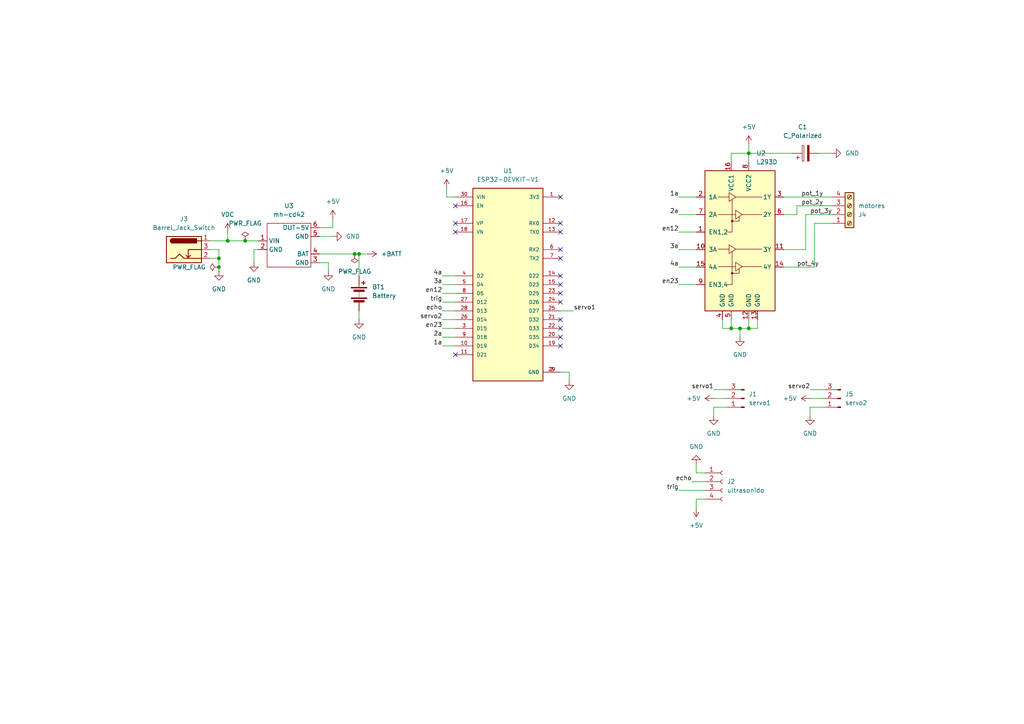
<source format=kicad_sch>
(kicad_sch (version 20231120) (generator "eeschema") (generator_version "8.0")
  (paper "A4")
  (lib_symbols
    (symbol "Connector:Barrel_Jack_Switch" (pin_names hide)
      (property "Reference" "J" (at 0 5.334 0))
      (property "Value" "Barrel_Jack_Switch" (at 0 -5.08 0))
      (symbol "Barrel_Jack_Switch_0_1"
        (rectangle (start -5.08 3.81) (end 5.08 -3.81) (stroke (width 0.254)) (fill (type background)))
        (arc (start -3.302 3.175) (mid -3.9343 2.54) (end -3.302 1.905) (stroke (width 0.254)))
        (arc (start -3.302 3.175) (mid -3.9343 2.54) (end -3.302 1.905) (stroke (width 0.254)) (fill (type outline)))
        (polyline (pts (xy 1.27 -2.286) (xy 1.905 -1.651)) (stroke (width 0.254)))
        (polyline (pts (xy 5.08 2.54) (xy 3.81 2.54)) (stroke (width 0.254)))
        (polyline (pts (xy 5.08 0) (xy 1.27 0) (xy 1.27 -2.286) (xy 0.635 -1.651)) (stroke (width 0.254)))
        (polyline (pts (xy -3.81 -2.54) (xy -2.54 -2.54) (xy -1.27 -1.27) (xy 0 -2.54) (xy 2.54 -2.54) (xy 5.08 -2.54)) (stroke (width 0.254)))
        (rectangle (start 3.683 3.175) (end -3.302 1.905) (stroke (width 0.254)) (fill (type outline)))
      )
      (symbol "Barrel_Jack_Switch_1_1"
        (pin passive line (at 7.62 2.54 180) (length 2.54) (name "~") (number "1"))
        (pin passive line (at 7.62 -2.54 180) (length 2.54) (name "~") (number "2"))
        (pin passive line (at 7.62 0 180) (length 2.54) (name "~") (number "3"))
      )
    )
    (symbol "Connector:Conn_01x03_Pin" (pin_names (offset 1.016) hide)
      (property "Reference" "J" (at 0 5.08 0))
      (property "Value" "Conn_01x03_Pin" (at 0 -5.08 0))
      (symbol "Conn_01x03_Pin_1_1"
        (polyline (pts (xy 1.27 -2.54) (xy 0.8636 -2.54)) (stroke (width 0.1524)))
        (polyline (pts (xy 1.27 0) (xy 0.8636 0)) (stroke (width 0.1524)))
        (polyline (pts (xy 1.27 2.54) (xy 0.8636 2.54)) (stroke (width 0.1524)))
        (rectangle (start 0.8636 -2.413) (end 0 -2.667) (stroke (width 0.1524)) (fill (type outline)))
        (rectangle (start 0.8636 0.127) (end 0 -0.127) (stroke (width 0.1524)) (fill (type outline)))
        (rectangle (start 0.8636 2.667) (end 0 2.413) (stroke (width 0.1524)) (fill (type outline)))
        (pin passive line (at 5.08 2.54 180) (length 3.81) (name "Pin_1") (number "1"))
        (pin passive line (at 5.08 0 180) (length 3.81) (name "Pin_2") (number "2"))
        (pin passive line (at 5.08 -2.54 180) (length 3.81) (name "Pin_3") (number "3"))
      )
    )
    (symbol "Connector:Conn_01x04_Socket" (pin_names (offset 1.016) hide)
      (property "Reference" "J" (at 0 5.08 0))
      (property "Value" "Conn_01x04_Socket" (at 0 -7.62 0))
      (symbol "Conn_01x04_Socket_1_1"
        (arc (start 0 -4.572) (mid -0.5058 -5.08) (end 0 -5.588) (stroke (width 0.1524)))
        (arc (start 0 -2.032) (mid -0.5058 -2.54) (end 0 -3.048) (stroke (width 0.1524)))
        (polyline (pts (xy -1.27 -5.08) (xy -0.508 -5.08)) (stroke (width 0.1524)))
        (polyline (pts (xy -1.27 -2.54) (xy -0.508 -2.54)) (stroke (width 0.1524)))
        (polyline (pts (xy -1.27 0) (xy -0.508 0)) (stroke (width 0.1524)))
        (polyline (pts (xy -1.27 2.54) (xy -0.508 2.54)) (stroke (width 0.1524)))
        (arc (start 0 0.508) (mid -0.5058 0) (end 0 -0.508) (stroke (width 0.1524)))
        (arc (start 0 3.048) (mid -0.5058 2.54) (end 0 2.032) (stroke (width 0.1524)))
        (pin passive line (at -5.08 2.54 0) (length 3.81) (name "Pin_1") (number "1"))
        (pin passive line (at -5.08 0 0) (length 3.81) (name "Pin_2") (number "2"))
        (pin passive line (at -5.08 -2.54 0) (length 3.81) (name "Pin_3") (number "3"))
        (pin passive line (at -5.08 -5.08 0) (length 3.81) (name "Pin_4") (number "4"))
      )
    )
    (symbol "Connector:Screw_Terminal_01x04" (pin_names (offset 1.016) hide)
      (property "Reference" "J" (at 0 5.08 0))
      (property "Value" "Screw_Terminal_01x04" (at 0 -7.62 0))
      (symbol "Screw_Terminal_01x04_1_1"
        (rectangle (start -1.27 3.81) (end 1.27 -6.35) (stroke (width 0.254)) (fill (type background)))
        (circle (center 0 -5.08) (radius 0.635) (stroke (width 0.1524)))
        (circle (center 0 -2.54) (radius 0.635) (stroke (width 0.1524)))
        (polyline (pts (xy -0.5334 -4.7498) (xy 0.3302 -5.588)) (stroke (width 0.1524)))
        (polyline (pts (xy -0.5334 -2.2098) (xy 0.3302 -3.048)) (stroke (width 0.1524)))
        (polyline (pts (xy -0.5334 0.3302) (xy 0.3302 -0.508)) (stroke (width 0.1524)))
        (polyline (pts (xy -0.5334 2.8702) (xy 0.3302 2.032)) (stroke (width 0.1524)))
        (polyline (pts (xy -0.3556 -4.572) (xy 0.508 -5.4102)) (stroke (width 0.1524)))
        (polyline (pts (xy -0.3556 -2.032) (xy 0.508 -2.8702)) (stroke (width 0.1524)))
        (polyline (pts (xy -0.3556 0.508) (xy 0.508 -0.3302)) (stroke (width 0.1524)))
        (polyline (pts (xy -0.3556 3.048) (xy 0.508 2.2098)) (stroke (width 0.1524)))
        (circle (center 0 0) (radius 0.635) (stroke (width 0.1524)))
        (circle (center 0 2.54) (radius 0.635) (stroke (width 0.1524)))
        (pin passive line (at -5.08 2.54 0) (length 3.81) (name "Pin_1") (number "1"))
        (pin passive line (at -5.08 0 0) (length 3.81) (name "Pin_2") (number "2"))
        (pin passive line (at -5.08 -2.54 0) (length 3.81) (name "Pin_3") (number "3"))
        (pin passive line (at -5.08 -5.08 0) (length 3.81) (name "Pin_4") (number "4"))
      )
    )
    (symbol "Device:Battery" (pin_numbers hide) (pin_names (offset 0) hide)
      (property "Reference" "BT" (at 2.54 2.54 0))
      (property "Value" "Battery" (at 2.54 0 0))
      (symbol "Battery_0_1"
        (rectangle (start -2.286 -1.27) (end 2.286 -1.524) (fill (type outline)))
        (rectangle (start -2.286 1.778) (end 2.286 1.524) (fill (type outline)))
        (rectangle (start -1.524 -2.032) (end 1.524 -2.54) (fill (type outline)))
        (rectangle (start -1.524 1.016) (end 1.524 0.508) (fill (type outline)))
        (polyline (pts (xy 0 -1.016) (xy 0 -0.762)))
        (polyline (pts (xy 0 -0.508) (xy 0 -0.254)))
        (polyline (pts (xy 0 0) (xy 0 0.254)))
        (polyline (pts (xy 0 1.778) (xy 0 2.54)))
        (polyline (pts (xy 0.762 3.048) (xy 1.778 3.048)) (stroke (width 0.254)))
        (polyline (pts (xy 1.27 3.556) (xy 1.27 2.54)) (stroke (width 0.254)))
      )
      (symbol "Battery_1_1"
        (pin passive line (at 0 5.08 270) (length 2.54) (name "+") (number "1"))
        (pin passive line (at 0 -5.08 90) (length 2.54) (name "-") (number "2"))
      )
    )
    (symbol "Device:C_Polarized" (pin_numbers hide) (pin_names (offset 0.254))
      (property "Reference" "C" (at 0.635 2.54 0))
      (property "Value" "C_Polarized" (at 0.635 -2.54 0))
      (symbol "C_Polarized_0_1"
        (rectangle (start -2.286 0.508) (end 2.286 1.016))
        (polyline (pts (xy -1.778 2.286) (xy -0.762 2.286)))
        (polyline (pts (xy -1.27 2.794) (xy -1.27 1.778)))
        (rectangle (start 2.286 -0.508) (end -2.286 -1.016) (fill (type outline)))
      )
      (symbol "C_Polarized_1_1"
        (pin passive line (at 0 3.81 270) (length 2.794) (name "~") (number "1"))
        (pin passive line (at 0 -3.81 90) (length 2.794) (name "~") (number "2"))
      )
    )
    (symbol "Driver_Motor:L293D" (pin_names (offset 1.016))
      (property "Reference" "U" (at -5.08 26.035 0))
      (property "Value" "L293D" (at -5.08 24.13 0))
      (symbol "L293D_0_1"
        (rectangle (start -10.16 22.86) (end 10.16 -17.78) (stroke (width 0.254)) (fill (type background)))
        (circle (center -2.286 -6.858) (radius 0.254) (fill (type outline)))
        (circle (center -2.286 8.255) (radius 0.254) (fill (type outline)))
        (polyline (pts (xy -6.35 -4.953) (xy -1.27 -4.953)))
        (polyline (pts (xy -6.35 0.127) (xy -3.175 0.127)))
        (polyline (pts (xy -6.35 10.16) (xy -1.27 10.16)))
        (polyline (pts (xy -6.35 15.24) (xy -3.175 15.24)))
        (polyline (pts (xy -1.27 0.127) (xy 6.35 0.127)))
        (polyline (pts (xy -1.27 15.24) (xy 6.35 15.24)))
        (polyline (pts (xy 0.635 -4.953) (xy 6.35 -4.953)))
        (polyline (pts (xy 0.635 10.16) (xy 6.35 10.16)))
        (polyline (pts (xy -2.286 -6.858) (xy -0.254 -6.858) (xy -0.254 -5.588)))
        (polyline (pts (xy -2.286 -0.635) (xy -2.286 -10.16) (xy -3.556 -10.16)))
        (polyline (pts (xy -2.286 8.255) (xy -0.254 8.255) (xy -0.254 9.525)))
        (polyline (pts (xy -2.286 14.478) (xy -2.286 5.08) (xy -3.556 5.08)))
        (polyline (pts (xy -3.175 1.397) (xy -3.175 -1.143) (xy -1.27 0.127) (xy -3.175 1.397)))
        (polyline (pts (xy -3.175 16.51) (xy -3.175 13.97) (xy -1.27 15.24) (xy -3.175 16.51)))
        (polyline (pts (xy -1.27 -3.683) (xy -1.27 -6.223) (xy 0.635 -4.953) (xy -1.27 -3.683)))
        (polyline (pts (xy -1.27 11.43) (xy -1.27 8.89) (xy 0.635 10.16) (xy -1.27 11.43)))
      )
      (symbol "L293D_1_1"
        (pin input line (at -12.7 5.08 0) (length 2.54) (name "EN1,2") (number "1"))
        (pin input line (at -12.7 0 0) (length 2.54) (name "3A") (number "10"))
        (pin output line (at 12.7 0 180) (length 2.54) (name "3Y") (number "11"))
        (pin power_in line (at 2.54 -20.32 90) (length 2.54) (name "GND") (number "12"))
        (pin power_in line (at 5.08 -20.32 90) (length 2.54) (name "GND") (number "13"))
        (pin output line (at 12.7 -5.08 180) (length 2.54) (name "4Y") (number "14"))
        (pin input line (at -12.7 -5.08 0) (length 2.54) (name "4A") (number "15"))
        (pin power_in line (at -2.54 25.4 270) (length 2.54) (name "VCC1") (number "16"))
        (pin input line (at -12.7 15.24 0) (length 2.54) (name "1A") (number "2"))
        (pin output line (at 12.7 15.24 180) (length 2.54) (name "1Y") (number "3"))
        (pin power_in line (at -5.08 -20.32 90) (length 2.54) (name "GND") (number "4"))
        (pin power_in line (at -2.54 -20.32 90) (length 2.54) (name "GND") (number "5"))
        (pin output line (at 12.7 10.16 180) (length 2.54) (name "2Y") (number "6"))
        (pin input line (at -12.7 10.16 0) (length 2.54) (name "2A") (number "7"))
        (pin power_in line (at 2.54 25.4 270) (length 2.54) (name "VCC2") (number "8"))
        (pin input line (at -12.7 -10.16 0) (length 2.54) (name "EN3,4") (number "9"))
      )
    )
    (symbol "cd42:mh-cd42"
      (property "Reference" "U" (at 0 7.62 0))
      (property "Value" "mh-cd42" (at 0 -7.62 0))
      (symbol "mh-cd42_0_1"
        (rectangle (start -6.35 6.35) (end 6.35 -6.35))
      )
      (symbol "mh-cd42_1_1"
        (pin power_in line (at -8.89 1.27 0) (length 2.54) (name "VIN") (number "1"))
        (pin passive line (at -8.89 -1.27 0) (length 2.54) (name "GND") (number "2"))
        (pin passive line (at 8.89 -5.08 180) (length 2.54) (name "GND") (number "3"))
        (pin passive line (at 8.89 -2.54 180) (length 2.54) (name "BAT") (number "4"))
        (pin passive line (at 8.89 2.54 180) (length 2.54) (name "GND") (number "5"))
        (pin power_out line (at 8.89 5.08 180) (length 2.54) (name "OUT-5V") (number "6"))
      )
    )
    (symbol "devkit-esp32:ESP32-DEVKIT-V1" (pin_names (offset 1.016))
      (property "Reference" "U" (at -10.16 30.48 0))
      (property "Value" "ESP32-DEVKIT-V1" (at -10.16 -30.48 0))
      (symbol "ESP32-DEVKIT-V1_0_0"
        (rectangle (start -10.16 -27.94) (end 10.16 27.94) (stroke (width 0.254)) (fill (type background)))
        (pin output line (at 15.24 25.4 180) (length 5.08) (name "3V3") (number "1"))
        (pin bidirectional line (at -15.24 -17.78 0) (length 5.08) (name "D19") (number "10"))
        (pin bidirectional line (at -15.24 -20.32 0) (length 5.08) (name "D21") (number "11"))
        (pin input line (at 15.24 17.78 180) (length 5.08) (name "RX0") (number "12"))
        (pin output line (at 15.24 15.24 180) (length 5.08) (name "TX0") (number "13"))
        (pin bidirectional line (at 15.24 2.54 180) (length 5.08) (name "D22") (number "14"))
        (pin bidirectional line (at 15.24 0 180) (length 5.08) (name "D23") (number "15"))
        (pin input line (at -15.24 22.86 0) (length 5.08) (name "EN") (number "16"))
        (pin bidirectional line (at -15.24 17.78 0) (length 5.08) (name "VP") (number "17"))
        (pin bidirectional line (at -15.24 15.24 0) (length 5.08) (name "VN") (number "18"))
        (pin bidirectional line (at 15.24 -17.78 180) (length 5.08) (name "D34") (number "19"))
        (pin power_in line (at 15.24 -25.4 180) (length 5.08) (name "GND") (number "2"))
        (pin bidirectional line (at 15.24 -15.24 180) (length 5.08) (name "D35") (number "20"))
        (pin bidirectional line (at 15.24 -10.16 180) (length 5.08) (name "D32") (number "21"))
        (pin bidirectional line (at 15.24 -12.7 180) (length 5.08) (name "D33") (number "22"))
        (pin bidirectional line (at 15.24 -2.54 180) (length 5.08) (name "D25") (number "23"))
        (pin bidirectional line (at 15.24 -5.08 180) (length 5.08) (name "D26") (number "24"))
        (pin bidirectional line (at 15.24 -7.62 180) (length 5.08) (name "D27") (number "25"))
        (pin bidirectional line (at -15.24 -10.16 0) (length 5.08) (name "D14") (number "26"))
        (pin bidirectional line (at -15.24 -5.08 0) (length 5.08) (name "D12") (number "27"))
        (pin bidirectional line (at -15.24 -7.62 0) (length 5.08) (name "D13") (number "28"))
        (pin power_in line (at 15.24 -25.4 180) (length 5.08) (name "GND") (number "29"))
        (pin bidirectional line (at -15.24 -12.7 0) (length 5.08) (name "D15") (number "3"))
        (pin input line (at -15.24 25.4 0) (length 5.08) (name "VIN") (number "30"))
        (pin bidirectional line (at -15.24 2.54 0) (length 5.08) (name "D2") (number "4"))
        (pin bidirectional line (at -15.24 0 0) (length 5.08) (name "D4") (number "5"))
        (pin input line (at 15.24 10.16 180) (length 5.08) (name "RX2") (number "6"))
        (pin output line (at 15.24 7.62 180) (length 5.08) (name "TX2") (number "7"))
        (pin bidirectional line (at -15.24 -2.54 0) (length 5.08) (name "D5") (number "8"))
        (pin bidirectional line (at -15.24 -15.24 0) (length 5.08) (name "D18") (number "9"))
      )
    )
    (symbol "power:+5V" (power) (pin_numbers hide) (pin_names (offset 0) hide)
      (property "Value" "+5V" (at 0 3.556 0))
      (symbol "+5V_0_1"
        (polyline (pts (xy -0.762 1.27) (xy 0 2.54)))
        (polyline (pts (xy 0 0) (xy 0 2.54)))
        (polyline (pts (xy 0 2.54) (xy 0.762 1.27)))
      )
      (symbol "+5V_1_1"
        (pin power_in line (at 0 0 90) (length 0) (name "~") (number "1"))
      )
    )
    (symbol "power:+BATT" (power) (pin_numbers hide) (pin_names (offset 0) hide)
      (property "Value" "+BATT" (at 0 3.556 0))
      (symbol "+BATT_0_1"
        (polyline (pts (xy -0.762 1.27) (xy 0 2.54)))
        (polyline (pts (xy 0 0) (xy 0 2.54)))
        (polyline (pts (xy 0 2.54) (xy 0.762 1.27)))
      )
      (symbol "+BATT_1_1"
        (pin power_in line (at 0 0 90) (length 0) (name "~") (number "1"))
      )
    )
    (symbol "power:GND" (power) (pin_numbers hide) (pin_names (offset 0) hide)
      (property "Value" "GND" (at 0 -3.81 0))
      (symbol "GND_0_1"
        (polyline (pts (xy 0 0) (xy 0 -1.27) (xy 1.27 -1.27) (xy 0 -2.54) (xy -1.27 -1.27) (xy 0 -1.27)))
      )
      (symbol "GND_1_1"
        (pin power_in line (at 0 0 270) (length 0) (name "~") (number "1"))
      )
    )
    (symbol "power:PWR_FLAG" (power) (pin_numbers hide) (pin_names (offset 0) hide)
      (property "Value" "PWR_FLAG" (at 0 3.81 0))
      (symbol "PWR_FLAG_0_0"
        (pin power_out line (at 0 0 90) (length 0) (name "~") (number "1"))
      )
      (symbol "PWR_FLAG_0_1"
        (polyline (pts (xy 0 0) (xy 0 1.27) (xy -1.016 1.905) (xy 0 2.54) (xy 1.016 1.905) (xy 0 1.27)))
      )
    )
    (symbol "power:VDC" (power) (pin_numbers hide) (pin_names (offset 0) hide)
      (property "Value" "VDC" (at 0 3.556 0))
      (symbol "VDC_0_1"
        (polyline (pts (xy -0.762 1.27) (xy 0 2.54)))
        (polyline (pts (xy 0 0) (xy 0 2.54)))
        (polyline (pts (xy 0 2.54) (xy 0.762 1.27)))
      )
      (symbol "VDC_1_1"
        (pin power_in line (at 0 0 90) (length 0) (name "~") (number "1"))
      )
    )
  )
  (junction (at 217.17 95.25))
  (junction (at 217.17 44.45))
  (junction (at 71.12 69.85))
  (junction (at 63.5 77.47))
  (junction (at 66.04 69.85))
  (junction (at 214.63 95.25))
  (junction (at 63.5 74.93))
  (junction (at 212.09 95.25))
  (junction (at 104.14 73.66))
  (junction (at 102.87 73.66))
  (no_connect (at 162.56 82.55))
  (no_connect (at 132.08 59.69))
  (no_connect (at 132.08 102.87))
  (no_connect (at 162.56 72.39))
  (no_connect (at 132.08 64.77))
  (no_connect (at 162.56 87.63))
  (no_connect (at 162.56 95.25))
  (no_connect (at 162.56 97.79))
  (no_connect (at 162.56 92.71))
  (no_connect (at 162.56 57.15))
  (no_connect (at 132.08 67.31))
  (no_connect (at 162.56 100.33))
  (no_connect (at 162.56 64.77))
  (no_connect (at 162.56 74.93))
  (no_connect (at 162.56 80.01))
  (no_connect (at 162.56 67.31))
  (no_connect (at 162.56 85.09))
  (wire (pts (xy 207.01 118.11) (xy 210.82 118.11)))
  (wire (pts (xy 237.49 44.45) (xy 241.3 44.45)))
  (wire (pts (xy 196.85 82.55) (xy 201.93 82.55)))
  (wire (pts (xy 196.85 72.39) (xy 201.93 72.39)))
  (wire (pts (xy 71.12 69.85) (xy 74.93 69.85)))
  (wire (pts (xy 233.68 72.39) (xy 227.33 72.39)))
  (wire (pts (xy 128.27 85.09) (xy 132.08 85.09)))
  (wire (pts (xy 128.27 82.55) (xy 132.08 82.55)))
  (wire (pts (xy 207.01 113.03) (xy 210.82 113.03)))
  (wire (pts (xy 231.14 59.69) (xy 241.3 59.69)))
  (wire (pts (xy 63.5 72.39) (xy 63.5 74.93)))
  (wire (pts (xy 201.93 137.16) (xy 204.47 137.16)))
  (wire (pts (xy 95.25 76.2) (xy 92.71 76.2)))
  (wire (pts (xy 129.54 57.15) (xy 132.08 57.15)))
  (wire (pts (xy 233.68 62.23) (xy 233.68 72.39)))
  (wire (pts (xy 129.54 54.61) (xy 129.54 57.15)))
  (wire (pts (xy 234.95 118.11) (xy 238.76 118.11)))
  (wire (pts (xy 104.14 90.17) (xy 104.14 92.71)))
  (wire (pts (xy 196.85 57.15) (xy 201.93 57.15)))
  (wire (pts (xy 227.33 77.47) (xy 236.22 77.47)))
  (wire (pts (xy 165.1 107.95) (xy 162.56 107.95)))
  (wire (pts (xy 217.17 95.25) (xy 219.71 95.25)))
  (wire (pts (xy 128.27 90.17) (xy 132.08 90.17)))
  (wire (pts (xy 60.96 74.93) (xy 63.5 74.93)))
  (wire (pts (xy 217.17 41.91) (xy 217.17 44.45)))
  (wire (pts (xy 207.01 115.57) (xy 210.82 115.57)))
  (wire (pts (xy 234.95 113.03) (xy 238.76 113.03)))
  (wire (pts (xy 209.55 92.71) (xy 209.55 95.25)))
  (wire (pts (xy 219.71 92.71) (xy 219.71 95.25)))
  (wire (pts (xy 92.71 73.66) (xy 102.87 73.66)))
  (wire (pts (xy 102.87 73.66) (xy 104.14 73.66)))
  (wire (pts (xy 66.04 67.31) (xy 66.04 69.85)))
  (wire (pts (xy 95.25 78.74) (xy 95.25 76.2)))
  (wire (pts (xy 212.09 95.25) (xy 214.63 95.25)))
  (wire (pts (xy 236.22 77.47) (xy 236.22 64.77)))
  (wire (pts (xy 204.47 144.78) (xy 201.93 144.78)))
  (wire (pts (xy 207.01 120.65) (xy 207.01 118.11)))
  (wire (pts (xy 201.93 144.78) (xy 201.93 147.32)))
  (wire (pts (xy 212.09 46.99) (xy 212.09 44.45)))
  (wire (pts (xy 73.66 72.39) (xy 74.93 72.39)))
  (wire (pts (xy 128.27 97.79) (xy 132.08 97.79)))
  (wire (pts (xy 128.27 87.63) (xy 132.08 87.63)))
  (wire (pts (xy 96.52 66.04) (xy 92.71 66.04)))
  (wire (pts (xy 209.55 95.25) (xy 212.09 95.25)))
  (wire (pts (xy 128.27 80.01) (xy 132.08 80.01)))
  (wire (pts (xy 128.27 100.33) (xy 132.08 100.33)))
  (wire (pts (xy 236.22 64.77) (xy 241.3 64.77)))
  (wire (pts (xy 212.09 44.45) (xy 217.17 44.45)))
  (wire (pts (xy 217.17 92.71) (xy 217.17 95.25)))
  (wire (pts (xy 63.5 74.93) (xy 63.5 77.47)))
  (wire (pts (xy 165.1 110.49) (xy 165.1 107.95)))
  (wire (pts (xy 104.14 73.66) (xy 106.68 73.66)))
  (wire (pts (xy 104.14 80.01) (xy 104.14 73.66)))
  (wire (pts (xy 128.27 95.25) (xy 132.08 95.25)))
  (wire (pts (xy 128.27 92.71) (xy 132.08 92.71)))
  (wire (pts (xy 60.96 72.39) (xy 63.5 72.39)))
  (wire (pts (xy 217.17 44.45) (xy 217.17 46.99)))
  (wire (pts (xy 234.95 115.57) (xy 238.76 115.57)))
  (wire (pts (xy 73.66 76.2) (xy 73.66 72.39)))
  (wire (pts (xy 233.68 62.23) (xy 241.3 62.23)))
  (wire (pts (xy 214.63 95.25) (xy 217.17 95.25)))
  (wire (pts (xy 214.63 95.25) (xy 214.63 97.79)))
  (wire (pts (xy 96.52 63.5) (xy 96.52 66.04)))
  (wire (pts (xy 200.66 139.7) (xy 204.47 139.7)))
  (wire (pts (xy 227.33 57.15) (xy 241.3 57.15)))
  (wire (pts (xy 196.85 62.23) (xy 201.93 62.23)))
  (wire (pts (xy 162.56 90.17) (xy 166.37 90.17)))
  (wire (pts (xy 227.33 62.23) (xy 231.14 62.23)))
  (wire (pts (xy 217.17 44.45) (xy 229.87 44.45)))
  (wire (pts (xy 60.96 69.85) (xy 66.04 69.85)))
  (wire (pts (xy 66.04 69.85) (xy 71.12 69.85)))
  (wire (pts (xy 212.09 92.71) (xy 212.09 95.25)))
  (wire (pts (xy 231.14 59.69) (xy 231.14 62.23)))
  (wire (pts (xy 196.85 77.47) (xy 201.93 77.47)))
  (wire (pts (xy 234.95 120.65) (xy 234.95 118.11)))
  (wire (pts (xy 201.93 134.62) (xy 201.93 137.16)))
  (wire (pts (xy 63.5 77.47) (xy 63.5 78.74)))
  (wire (pts (xy 196.85 142.24) (xy 204.47 142.24)))
  (wire (pts (xy 196.85 67.31) (xy 201.93 67.31)))
  (wire (pts (xy 92.71 68.58) (xy 96.52 68.58)))
  (label "en23" (at 128.27 95.25 180))
  (label "servo1" (at 207.01 113.03 180))
  (label "trig" (at 196.85 142.24 180))
  (label "pot_1y" (at 232.41 57.15 0))
  (label "servo2" (at 234.95 113.03 180))
  (label "3a" (at 128.27 82.55 180))
  (label "en12" (at 196.85 67.31 180))
  (label "echo" (at 200.66 139.7 180))
  (label "1a" (at 196.85 57.15 180))
  (label "2a" (at 128.27 97.79 180))
  (label "pot_3y" (at 234.95 62.23 0))
  (label "4a" (at 128.27 80.01 180))
  (label "servo2" (at 128.27 92.71 180))
  (label "en12" (at 128.27 85.09 180))
  (label "2a" (at 196.85 62.23 180))
  (label "pot_4y" (at 231.14 77.47 0))
  (label "pot_2y" (at 232.41 59.69 0))
  (label "trig" (at 128.27 87.63 180))
  (label "servo1" (at 166.37 90.17 0))
  (label "echo" (at 128.27 90.17 180))
  (label "3a" (at 196.85 72.39 180))
  (label "1a" (at 128.27 100.33 180))
  (label "4a" (at 196.85 77.47 180))
  (label "en23" (at 196.85 82.55 180))
  (symbol (lib_id "power:GND") (at 96.52 68.58 90) (unit 1)
    (property "Reference" "#PWR04" (effects (hide yes)))
    (property "Value" "GND" (at 100.33 68.5799 90) (effects (justify right)))
    (property "Description" "Power symbol creates a global label with name \"GND\" , ground" (effects (hide yes)))
  )
  (symbol (lib_id "power:GND") (at 63.5 78.74 0) (unit 1)
    (property "Reference" "#PWR07" (effects (hide yes)))
    (property "Value" "GND" (at 63.5 83.82 0))
    (property "Description" "Power symbol creates a global label with name \"GND\" , ground" (effects (hide yes)))
  )
  (symbol (lib_id "power:+5V") (at 234.95 115.57 90) (unit 1)
    (property "Reference" "#PWR015" (effects (hide yes)))
    (property "Value" "+5V" (at 231.14 115.5699 90) (effects (justify left)))
    (property "Description" "Power symbol creates a global label with name \"+5V\"" (effects (hide yes)))
  )
  (symbol (lib_id "Device:Battery") (at 104.14 85.09 0) (unit 1)
    (property "Reference" "BT1" (at 107.95 83.2484 0) (effects (justify left)))
    (property "Value" "Battery" (at 107.95 85.7884 0) (effects (justify left)))
    (property "Footprint" "Battery:BatteryHolder_Keystone_1042_1x18650" (effects (hide yes)))
    (property "Description" "Multiple-cell battery" (effects (hide yes)))
  )
  (symbol (lib_id "power:GND") (at 165.1 110.49 0) (unit 1)
    (property "Reference" "#PWR011" (effects (hide yes)))
    (property "Value" "GND" (at 165.1 115.57 0))
    (property "Description" "Power symbol creates a global label with name \"GND\" , ground" (effects (hide yes)))
  )
  (symbol (lib_id "Device:C_Polarized") (at 233.68 44.45 90) (unit 1)
    (property "Reference" "C1" (at 232.791 36.83 90))
    (property "Value" "C_Polarized" (at 232.791 39.37 90))
    (property "Footprint" "Capacitor_THT:CP_Radial_D5.0mm_P2.00mm" (effects (hide yes)))
    (property "Description" "Polarized capacitor" (effects (hide yes)))
  )
  (symbol (lib_id "Connector:Conn_01x04_Socket") (at 209.55 139.7 0) (unit 1)
    (property "Reference" "J2" (at 210.82 139.6999 0) (effects (justify left)))
    (property "Value" "ultrasonido" (at 210.82 142.2399 0) (effects (justify left)))
    (property "Footprint" "Connector_PinSocket_2.54mm:PinSocket_1x04_P2.54mm_Vertical" (effects (hide yes)))
    (property "Description" "Generic connector, single row, 01x04, script generated" (effects (hide yes)))
  )
  (symbol (lib_id "power:GND") (at 207.01 120.65 0) (unit 1)
    (property "Reference" "#PWR013" (effects (hide yes)))
    (property "Value" "GND" (at 207.01 125.73 0))
    (property "Description" "Power symbol creates a global label with name \"GND\" , ground" (effects (hide yes)))
  )
  (symbol (lib_id "cd42:mh-cd42") (at 83.82 71.12 0) (unit 1)
    (property "Reference" "U3" (at 83.82 59.69 0))
    (property "Value" "mh-cd42" (at 83.82 62.23 0))
    (property "Footprint" "cd42:mh-cd42" (effects (hide yes)))
  )
  (symbol (lib_id "power:GND") (at 95.25 78.74 0) (unit 1)
    (property "Reference" "#PWR03" (effects (hide yes)))
    (property "Value" "GND" (at 95.25 83.82 0))
    (property "Description" "Power symbol creates a global label with name \"GND\" , ground" (effects (hide yes)))
  )
  (symbol (lib_id "power:GND") (at 214.63 97.79 0) (unit 1)
    (property "Reference" "#PWR010" (effects (hide yes)))
    (property "Value" "GND" (at 214.63 102.87 0))
    (property "Description" "Power symbol creates a global label with name \"GND\" , ground" (effects (hide yes)))
  )
  (symbol (lib_id "power:+5V") (at 201.93 147.32 180) (unit 1)
    (property "Reference" "#PWR018" (effects (hide yes)))
    (property "Value" "+5V" (at 201.93 152.4 0))
    (property "Description" "Power symbol creates a global label with name \"+5V\"" (effects (hide yes)))
  )
  (symbol (lib_id "Connector:Screw_Terminal_01x04") (at 246.38 62.23 0) (mirror x) (unit 1)
    (property "Reference" "J4" (at 248.92 62.2301 0) (effects (justify left)))
    (property "Value" "motores" (at 248.92 59.6901 0) (effects (justify left)))
    (property "Footprint" "TerminalBlock:TerminalBlock_bornier-4_P5.08mm" (effects (hide yes)))
    (property "Description" "Generic screw terminal, single row, 01x04, script generated (kicad-library-utils/schlib/autogen/connector/)" (effects (hide yes)))
  )
  (symbol (lib_id "power:GND") (at 73.66 76.2 0) (unit 1)
    (property "Reference" "#PWR08" (effects (hide yes)))
    (property "Value" "GND" (at 73.66 81.28 0))
    (property "Description" "Power symbol creates a global label with name \"GND\" , ground" (effects (hide yes)))
  )
  (symbol (lib_id "Connector:Conn_01x03_Pin") (at 215.9 115.57 180) (unit 1)
    (property "Reference" "J1" (at 217.17 114.2999 0) (effects (justify right)))
    (property "Value" "servo1" (at 217.17 116.8399 0) (effects (justify right)))
    (property "Footprint" "Connector_PinHeader_2.54mm:PinHeader_1x03_P2.54mm_Vertical" (effects (hide yes)))
    (property "Description" "Generic connector, single row, 01x03, script generated" (effects (hide yes)))
  )
  (symbol (lib_id "power:+5V") (at 96.52 63.5 0) (unit 1)
    (property "Reference" "#PWR02" (effects (hide yes)))
    (property "Value" "+5V" (at 96.52 58.42 0))
    (property "Description" "Power symbol creates a global label with name \"+5V\"" (effects (hide yes)))
  )
  (symbol (lib_id "Driver_Motor:L293D") (at 214.63 72.39 0) (unit 1)
    (property "Reference" "U2" (at 219.3641 44.45 0) (effects (justify left)))
    (property "Value" "L293D" (at 219.3641 46.99 0) (effects (justify left)))
    (property "Footprint" "Package_DIP:DIP-16_W7.62mm" (effects (hide yes)))
    (property "Datasheet" "http://www.ti.com/lit/ds/symlink/l293.pdf" (effects (hide yes)))
    (property "Description" "Quadruple Half-H Drivers" (effects (hide yes)))
  )
  (symbol (lib_id "power:+5V") (at 129.54 54.61 0) (unit 1)
    (property "Reference" "#PWR012" (effects (hide yes)))
    (property "Value" "+5V" (at 129.54 49.53 0))
    (property "Description" "Power symbol creates a global label with name \"+5V\"" (effects (hide yes)))
  )
  (symbol (lib_id "power:PWR_FLAG") (at 102.87 73.66 180) (unit 1)
    (property "Reference" "#FLG02" (effects (hide yes)))
    (property "Value" "PWR_FLAG" (at 102.87 78.74 0))
    (property "Description" "Special symbol for telling ERC where power comes from" (effects (hide yes)))
  )
  (symbol (lib_id "power:GND") (at 234.95 120.65 0) (unit 1)
    (property "Reference" "#PWR016" (effects (hide yes)))
    (property "Value" "GND" (at 234.95 125.73 0))
    (property "Description" "Power symbol creates a global label with name \"GND\" , ground" (effects (hide yes)))
  )
  (symbol (lib_id "power:PWR_FLAG") (at 71.12 69.85 0) (unit 1)
    (property "Reference" "#FLG01" (effects (hide yes)))
    (property "Value" "PWR_FLAG" (at 71.12 64.77 0))
    (property "Description" "Special symbol for telling ERC where power comes from" (effects (hide yes)))
  )
  (symbol (lib_id "power:+5V") (at 217.17 41.91 0) (unit 1)
    (property "Reference" "#PWR09" (effects (hide yes)))
    (property "Value" "+5V" (at 217.17 36.83 0))
    (property "Description" "Power symbol creates a global label with name \"+5V\"" (effects (hide yes)))
  )
  (symbol (lib_id "power:GND") (at 104.14 92.71 0) (unit 1)
    (property "Reference" "#PWR05" (effects (hide yes)))
    (property "Value" "GND" (at 104.14 97.79 0))
    (property "Description" "Power symbol creates a global label with name \"GND\" , ground" (effects (hide yes)))
  )
  (symbol (lib_id "power:+5V") (at 207.01 115.57 90) (unit 1)
    (property "Reference" "#PWR014" (effects (hide yes)))
    (property "Value" "+5V" (at 203.2 115.5699 90) (effects (justify left)))
    (property "Description" "Power symbol creates a global label with name \"+5V\"" (effects (hide yes)))
  )
  (symbol (lib_id "power:PWR_FLAG") (at 63.5 77.47 90) (unit 1)
    (property "Reference" "#FLG03" (effects (hide yes)))
    (property "Value" "PWR_FLAG" (at 59.69 77.4699 90) (effects (justify left)))
    (property "Description" "Special symbol for telling ERC where power comes from" (effects (hide yes)))
  )
  (symbol (lib_id "power:GND") (at 201.93 134.62 180) (unit 1)
    (property "Reference" "#PWR017" (effects (hide yes)))
    (property "Value" "GND" (at 201.93 129.54 0))
    (property "Description" "Power symbol creates a global label with name \"GND\" , ground" (effects (hide yes)))
  )
  (symbol (lib_id "Connector:Barrel_Jack_Switch") (at 53.34 72.39 0) (unit 1)
    (property "Reference" "J3" (at 53.34 63.5 0))
    (property "Value" "Barrel_Jack_Switch" (at 53.34 66.04 0))
    (property "Footprint" "Connector_BarrelJack:BarrelJack_Horizontal" (effects (hide yes)))
    (property "Description" "DC Barrel Jack with an internal switch" (effects (hide yes)))
  )
  (symbol (lib_id "Connector:Conn_01x03_Pin") (at 243.84 115.57 180) (unit 1)
    (property "Reference" "J5" (at 245.11 114.2999 0) (effects (justify right)))
    (property "Value" "servo2" (at 245.11 116.8399 0) (effects (justify right)))
    (property "Footprint" "Connector_PinHeader_2.54mm:PinHeader_1x03_P2.54mm_Vertical" (effects (hide yes)))
    (property "Description" "Generic connector, single row, 01x03, script generated" (effects (hide yes)))
  )
  (symbol (lib_id "devkit-esp32:ESP32-DEVKIT-V1") (at 147.32 82.55 0) (unit 1)
    (property "Reference" "U1" (at 147.32 49.53 0))
    (property "Value" "ESP32-DEVKIT-V1" (at 147.32 52.07 0))
    (property "Footprint" "devkit-esp32:MODULE_ESP32_DEVKIT_V1" (effects (hide yes)))
    (property "MF" "Do it" (effects (hide yes)))
    (property "MAXIMUM_PACKAGE_HEIGHT" "6.8 mm" (effects (hide yes)))
    (property "Package" "None" (effects (hide yes)))
    (property "Price" "None" (effects (hide yes)))
    (property "Check_prices" "https://www.snapeda.com/parts/ESP32-DEVKIT-V1/Do+it/view-part/?ref=eda" (effects (hide yes)))
    (property "STANDARD" "Manufacturer Recommendations" (effects (hide yes)))
    (property "PARTREV" "N/A" (effects (hide yes)))
    (property "SnapEDA_Link" "https://www.snapeda.com/parts/ESP32-DEVKIT-V1/Do+it/view-part/?ref=snap" (effects (hide yes)))
    (property "MP" "ESP32-DEVKIT-V1" (effects (hide yes)))
    (property "Description_1" "\nDual core, Wi-Fi: 2.4 GHz up to 150 Mbits/s,BLE (Bluetooth Low Energy) and legacy Bluetooth, 32 bits, Up to 240 MHz\n" (effects (hide yes)))
    (property "Availability" "Not in stock" (effects (hide yes)))
    (property "MANUFACTURER" "DOIT" (effects (hide yes)))
  )
  (symbol (lib_id "power:VDC") (at 66.04 67.31 0) (unit 1)
    (property "Reference" "#PWR01" (effects (hide yes)))
    (property "Value" "VDC" (at 66.04 62.23 0))
    (property "Description" "Power symbol creates a global label with name \"VDC\"" (effects (hide yes)))
  )
  (symbol (lib_id "power:+BATT") (at 106.68 73.66 270) (unit 1)
    (property "Reference" "#PWR06" (effects (hide yes)))
    (property "Value" "+BATT" (at 110.49 73.6599 90) (effects (justify left)))
    (property "Description" "Power symbol creates a global label with name \"+BATT\"" (effects (hide yes)))
  )
  (symbol (lib_id "power:GND") (at 241.3 44.45 90) (unit 1)
    (property "Reference" "#PWR019" (effects (hide yes)))
    (property "Value" "GND" (at 245.11 44.4499 90) (effects (justify right)))
    (property "Description" "Power symbol creates a global label with name \"GND\" , ground" (effects (hide yes)))
  )
)
</source>
